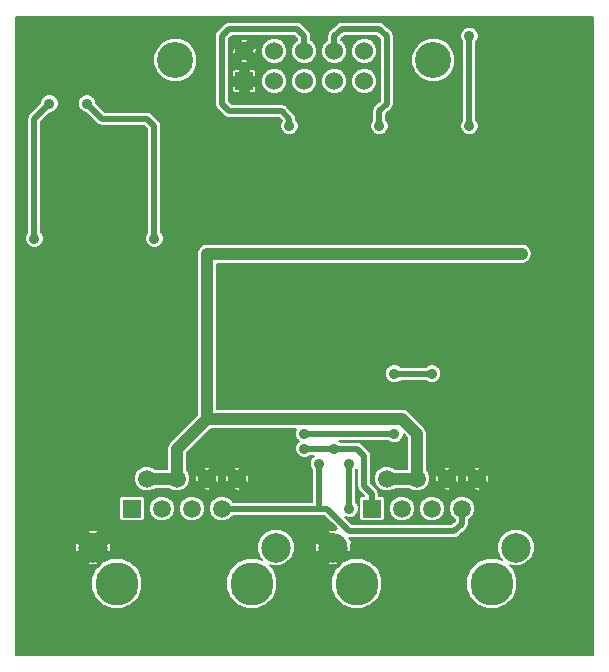
<source format=gbl>
G04 (created by PCBNEW (2013-may-18)-stable) date Wed 29 Jan 2014 10:34:26 PM CET*
%MOIN*%
G04 Gerber Fmt 3.4, Leading zero omitted, Abs format*
%FSLAX34Y34*%
G01*
G70*
G90*
G04 APERTURE LIST*
%ADD10C,0.00590551*%
%ADD11C,0.12*%
%ADD12R,0.06X0.06*%
%ADD13C,0.06*%
%ADD14C,0.1437*%
%ADD15R,0.0591X0.0591*%
%ADD16C,0.0591*%
%ADD17C,0.0984252*%
%ADD18C,0.035*%
%ADD19C,0.0354331*%
%ADD20C,0.0393701*%
%ADD21C,0.019685*%
%ADD22C,0.0067*%
G04 APERTURE END LIST*
G54D10*
G54D11*
X53300Y-15050D03*
X44700Y-15050D03*
G54D12*
X47000Y-15750D03*
G54D13*
X47000Y-14750D03*
X48000Y-15750D03*
X48000Y-14750D03*
X49000Y-15750D03*
X49000Y-14750D03*
X50000Y-15750D03*
X50000Y-14750D03*
X51000Y-15750D03*
X51000Y-14750D03*
G54D14*
X47250Y-32500D03*
X42750Y-32500D03*
G54D15*
X43250Y-30000D03*
G54D16*
X43750Y-29000D03*
X44250Y-30000D03*
X44750Y-29000D03*
X45250Y-30000D03*
X45750Y-29000D03*
X46250Y-30000D03*
X46750Y-29000D03*
G54D17*
X41950Y-31299D03*
X48050Y-31299D03*
G54D14*
X55250Y-32500D03*
X50750Y-32500D03*
G54D15*
X51250Y-30000D03*
G54D16*
X51750Y-29000D03*
X52250Y-30000D03*
X52750Y-29000D03*
X53250Y-30000D03*
X53750Y-29000D03*
X54250Y-30000D03*
X54750Y-29000D03*
G54D17*
X49950Y-31299D03*
X56050Y-31299D03*
G54D18*
X40000Y-21000D03*
X40500Y-16500D03*
X45750Y-25250D03*
G54D19*
X53250Y-21500D03*
X56250Y-21500D03*
X54750Y-21500D03*
X51750Y-21500D03*
X50250Y-21500D03*
X48750Y-21500D03*
X47250Y-21500D03*
X45750Y-21500D03*
G54D18*
X41750Y-16500D03*
X44000Y-21000D03*
X49000Y-28000D03*
G54D19*
X50000Y-28000D03*
X49000Y-27500D03*
X52000Y-27500D03*
X50500Y-30000D03*
X50500Y-28500D03*
X52000Y-25500D03*
X53250Y-25500D03*
X49500Y-28500D03*
G54D18*
X54500Y-14250D03*
X54500Y-17250D03*
X51500Y-17250D03*
X48500Y-17250D03*
G54D20*
X45750Y-27000D02*
X52250Y-27000D01*
G54D21*
X40000Y-17000D02*
X40500Y-16500D01*
X40000Y-17000D02*
X40000Y-21000D01*
G54D20*
X52750Y-29000D02*
X52750Y-27500D01*
X52750Y-27500D02*
X52250Y-27000D01*
X45750Y-27000D02*
X45750Y-27000D01*
X45750Y-27000D02*
X45750Y-26250D01*
X44750Y-28000D02*
X45750Y-27000D01*
X44750Y-28000D02*
X44750Y-28000D01*
X44750Y-28000D02*
X44750Y-29000D01*
X45750Y-26250D02*
X45750Y-25250D01*
X45750Y-25250D02*
X45750Y-25000D01*
X45750Y-25000D02*
X45750Y-21500D01*
X51750Y-29000D02*
X52750Y-29000D01*
X43750Y-29000D02*
X44750Y-29000D01*
X54750Y-21500D02*
X56250Y-21500D01*
X54750Y-21500D02*
X53250Y-21500D01*
X53250Y-21500D02*
X51750Y-21500D01*
X51750Y-21500D02*
X50250Y-21500D01*
X50250Y-21500D02*
X48750Y-21500D01*
X48750Y-21500D02*
X47250Y-21500D01*
X47250Y-21500D02*
X45750Y-21500D01*
G54D21*
X44000Y-21000D02*
X44000Y-17250D01*
X41750Y-16500D02*
X42250Y-17000D01*
X42250Y-17000D02*
X43750Y-17000D01*
X43750Y-17000D02*
X44000Y-17250D01*
X49000Y-28000D02*
X50000Y-28000D01*
X51000Y-28250D02*
X51000Y-29250D01*
X50000Y-28000D02*
X50750Y-28000D01*
X50750Y-28000D02*
X51000Y-28250D01*
X51250Y-29500D02*
X51250Y-30000D01*
X51000Y-29250D02*
X51250Y-29500D01*
X49000Y-27500D02*
X52000Y-27500D01*
X50500Y-30000D02*
X50500Y-30000D01*
X50500Y-28500D02*
X50500Y-30000D01*
X52000Y-25500D02*
X52750Y-25500D01*
X52750Y-25500D02*
X53250Y-25500D01*
X50500Y-30750D02*
X51000Y-30750D01*
X51000Y-30750D02*
X54000Y-30750D01*
X54000Y-30750D02*
X54250Y-30500D01*
X54250Y-30000D02*
X54250Y-30500D01*
X49750Y-30000D02*
X50500Y-30750D01*
X49750Y-30000D02*
X49500Y-30000D01*
X49500Y-30000D02*
X49500Y-29500D01*
X49500Y-29500D02*
X49500Y-30000D01*
X49500Y-30000D02*
X47250Y-30000D01*
X47250Y-30000D02*
X46250Y-30000D01*
X49500Y-28500D02*
X49500Y-29500D01*
X54500Y-14250D02*
X54500Y-17250D01*
X51500Y-14000D02*
X50250Y-14000D01*
X51750Y-14250D02*
X51500Y-14000D01*
X51750Y-16500D02*
X51750Y-16250D01*
X51500Y-16750D02*
X51750Y-16500D01*
X51500Y-17250D02*
X51500Y-16750D01*
X51750Y-16250D02*
X51750Y-14250D01*
X50000Y-14250D02*
X50000Y-14750D01*
X50250Y-14000D02*
X50000Y-14250D01*
X46500Y-16750D02*
X48250Y-16750D01*
X48750Y-14000D02*
X49000Y-14250D01*
X49000Y-14750D02*
X49000Y-14250D01*
X46250Y-16250D02*
X46250Y-14250D01*
X46500Y-16750D02*
X46250Y-16500D01*
X46250Y-16500D02*
X46250Y-16250D01*
X46250Y-14250D02*
X46500Y-14000D01*
X46500Y-14000D02*
X48750Y-14000D01*
X48500Y-17000D02*
X48500Y-17250D01*
X48250Y-16750D02*
X48500Y-17000D01*
G54D10*
G36*
X58629Y-34879D02*
X56675Y-34879D01*
X56675Y-31175D01*
X56580Y-30945D01*
X56580Y-30944D01*
X56580Y-21500D01*
X56555Y-21373D01*
X56483Y-21266D01*
X56376Y-21194D01*
X56250Y-21169D01*
X54808Y-21169D01*
X54808Y-17188D01*
X54761Y-17075D01*
X54731Y-17045D01*
X54731Y-14454D01*
X54761Y-14424D01*
X54808Y-14311D01*
X54808Y-14188D01*
X54761Y-14075D01*
X54674Y-13988D01*
X54561Y-13941D01*
X54438Y-13941D01*
X54325Y-13988D01*
X54238Y-14075D01*
X54191Y-14188D01*
X54191Y-14311D01*
X54238Y-14424D01*
X54268Y-14454D01*
X54268Y-17045D01*
X54238Y-17075D01*
X54191Y-17188D01*
X54191Y-17311D01*
X54238Y-17424D01*
X54325Y-17511D01*
X54438Y-17558D01*
X54561Y-17558D01*
X54674Y-17511D01*
X54761Y-17424D01*
X54808Y-17311D01*
X54808Y-17188D01*
X54808Y-21169D01*
X54750Y-21169D01*
X54033Y-21169D01*
X54033Y-14904D01*
X53922Y-14635D01*
X53716Y-14428D01*
X53446Y-14316D01*
X53154Y-14316D01*
X52885Y-14427D01*
X52678Y-14633D01*
X52566Y-14903D01*
X52566Y-15195D01*
X52677Y-15464D01*
X52883Y-15671D01*
X53153Y-15783D01*
X53445Y-15783D01*
X53714Y-15672D01*
X53921Y-15466D01*
X54033Y-15196D01*
X54033Y-14904D01*
X54033Y-21169D01*
X53250Y-21169D01*
X51981Y-21169D01*
X51981Y-16500D01*
X51981Y-16250D01*
X51981Y-14250D01*
X51964Y-14161D01*
X51913Y-14086D01*
X51913Y-14086D01*
X51663Y-13836D01*
X51588Y-13785D01*
X51500Y-13768D01*
X51499Y-13768D01*
X50250Y-13768D01*
X50161Y-13785D01*
X50086Y-13836D01*
X50086Y-13836D01*
X49836Y-14086D01*
X49785Y-14161D01*
X49768Y-14250D01*
X49768Y-14250D01*
X49768Y-14376D01*
X49754Y-14382D01*
X49632Y-14504D01*
X49566Y-14663D01*
X49566Y-14835D01*
X49632Y-14995D01*
X49754Y-15117D01*
X49913Y-15183D01*
X50085Y-15183D01*
X50245Y-15117D01*
X50367Y-14995D01*
X50433Y-14836D01*
X50433Y-14664D01*
X50367Y-14504D01*
X50245Y-14382D01*
X50231Y-14376D01*
X50231Y-14346D01*
X50346Y-14231D01*
X51403Y-14231D01*
X51518Y-14346D01*
X51518Y-16250D01*
X51518Y-16403D01*
X51433Y-16488D01*
X51433Y-15664D01*
X51433Y-14664D01*
X51367Y-14504D01*
X51245Y-14382D01*
X51086Y-14316D01*
X50914Y-14316D01*
X50754Y-14382D01*
X50632Y-14504D01*
X50566Y-14663D01*
X50566Y-14835D01*
X50632Y-14995D01*
X50754Y-15117D01*
X50913Y-15183D01*
X51085Y-15183D01*
X51245Y-15117D01*
X51367Y-14995D01*
X51433Y-14836D01*
X51433Y-14664D01*
X51433Y-15664D01*
X51367Y-15504D01*
X51245Y-15382D01*
X51086Y-15316D01*
X50914Y-15316D01*
X50754Y-15382D01*
X50632Y-15504D01*
X50566Y-15663D01*
X50566Y-15835D01*
X50632Y-15995D01*
X50754Y-16117D01*
X50913Y-16183D01*
X51085Y-16183D01*
X51245Y-16117D01*
X51367Y-15995D01*
X51433Y-15836D01*
X51433Y-15664D01*
X51433Y-16488D01*
X51336Y-16586D01*
X51285Y-16661D01*
X51268Y-16750D01*
X51268Y-16750D01*
X51268Y-17045D01*
X51238Y-17075D01*
X51191Y-17188D01*
X51191Y-17311D01*
X51238Y-17424D01*
X51325Y-17511D01*
X51438Y-17558D01*
X51561Y-17558D01*
X51674Y-17511D01*
X51761Y-17424D01*
X51808Y-17311D01*
X51808Y-17188D01*
X51761Y-17075D01*
X51731Y-17045D01*
X51731Y-16846D01*
X51913Y-16663D01*
X51913Y-16663D01*
X51913Y-16663D01*
X51964Y-16588D01*
X51981Y-16500D01*
X51981Y-21169D01*
X51750Y-21169D01*
X50433Y-21169D01*
X50433Y-15664D01*
X50367Y-15504D01*
X50245Y-15382D01*
X50086Y-15316D01*
X49914Y-15316D01*
X49754Y-15382D01*
X49632Y-15504D01*
X49566Y-15663D01*
X49566Y-15835D01*
X49632Y-15995D01*
X49754Y-16117D01*
X49913Y-16183D01*
X50085Y-16183D01*
X50245Y-16117D01*
X50367Y-15995D01*
X50433Y-15836D01*
X50433Y-15664D01*
X50433Y-21169D01*
X50250Y-21169D01*
X49433Y-21169D01*
X49433Y-15664D01*
X49433Y-14664D01*
X49367Y-14504D01*
X49245Y-14382D01*
X49231Y-14376D01*
X49231Y-14250D01*
X49214Y-14161D01*
X49163Y-14086D01*
X49163Y-14086D01*
X48913Y-13836D01*
X48838Y-13785D01*
X48750Y-13768D01*
X48749Y-13768D01*
X46500Y-13768D01*
X46411Y-13785D01*
X46336Y-13836D01*
X46336Y-13836D01*
X46086Y-14086D01*
X46035Y-14161D01*
X46018Y-14250D01*
X46018Y-14250D01*
X46018Y-16250D01*
X46018Y-16499D01*
X46018Y-16500D01*
X46035Y-16588D01*
X46086Y-16663D01*
X46336Y-16913D01*
X46336Y-16913D01*
X46411Y-16964D01*
X46500Y-16981D01*
X48153Y-16981D01*
X48242Y-17070D01*
X48238Y-17075D01*
X48191Y-17188D01*
X48191Y-17311D01*
X48238Y-17424D01*
X48325Y-17511D01*
X48438Y-17558D01*
X48561Y-17558D01*
X48674Y-17511D01*
X48761Y-17424D01*
X48808Y-17311D01*
X48808Y-17188D01*
X48761Y-17075D01*
X48731Y-17045D01*
X48731Y-17000D01*
X48714Y-16911D01*
X48663Y-16836D01*
X48663Y-16836D01*
X48433Y-16605D01*
X48433Y-15664D01*
X48433Y-14664D01*
X48367Y-14504D01*
X48245Y-14382D01*
X48086Y-14316D01*
X47914Y-14316D01*
X47754Y-14382D01*
X47632Y-14504D01*
X47566Y-14663D01*
X47566Y-14835D01*
X47632Y-14995D01*
X47754Y-15117D01*
X47913Y-15183D01*
X48085Y-15183D01*
X48245Y-15117D01*
X48367Y-14995D01*
X48433Y-14836D01*
X48433Y-14664D01*
X48433Y-15664D01*
X48367Y-15504D01*
X48245Y-15382D01*
X48086Y-15316D01*
X47914Y-15316D01*
X47754Y-15382D01*
X47632Y-15504D01*
X47566Y-15663D01*
X47566Y-15835D01*
X47632Y-15995D01*
X47754Y-16117D01*
X47913Y-16183D01*
X48085Y-16183D01*
X48245Y-16117D01*
X48367Y-15995D01*
X48433Y-15836D01*
X48433Y-15664D01*
X48433Y-16605D01*
X48413Y-16586D01*
X48338Y-16535D01*
X48250Y-16518D01*
X48249Y-16518D01*
X47404Y-16518D01*
X47404Y-14692D01*
X47395Y-14648D01*
X47355Y-14606D01*
X47212Y-14750D01*
X47355Y-14893D01*
X47395Y-14851D01*
X47404Y-14692D01*
X47404Y-16518D01*
X47400Y-16518D01*
X47400Y-16030D01*
X47400Y-15469D01*
X47400Y-15429D01*
X47385Y-15392D01*
X47356Y-15364D01*
X47319Y-15349D01*
X47175Y-15349D01*
X47150Y-15374D01*
X47150Y-15600D01*
X47375Y-15600D01*
X47400Y-15574D01*
X47400Y-15469D01*
X47400Y-16030D01*
X47400Y-15925D01*
X47375Y-15900D01*
X47150Y-15900D01*
X47150Y-16125D01*
X47175Y-16150D01*
X47319Y-16150D01*
X47356Y-16135D01*
X47385Y-16107D01*
X47400Y-16070D01*
X47400Y-16030D01*
X47400Y-16518D01*
X47143Y-16518D01*
X47143Y-15105D01*
X47143Y-14394D01*
X47101Y-14354D01*
X46942Y-14345D01*
X46898Y-14354D01*
X46856Y-14394D01*
X47000Y-14537D01*
X47143Y-14394D01*
X47143Y-15105D01*
X47000Y-14962D01*
X46856Y-15105D01*
X46898Y-15145D01*
X47057Y-15154D01*
X47101Y-15145D01*
X47143Y-15105D01*
X47143Y-16518D01*
X46850Y-16518D01*
X46850Y-16125D01*
X46850Y-15900D01*
X46850Y-15600D01*
X46850Y-15374D01*
X46824Y-15349D01*
X46787Y-15349D01*
X46787Y-14750D01*
X46644Y-14606D01*
X46604Y-14648D01*
X46595Y-14807D01*
X46604Y-14851D01*
X46644Y-14893D01*
X46787Y-14750D01*
X46787Y-15349D01*
X46680Y-15349D01*
X46643Y-15364D01*
X46614Y-15392D01*
X46599Y-15429D01*
X46599Y-15469D01*
X46599Y-15574D01*
X46624Y-15600D01*
X46850Y-15600D01*
X46850Y-15900D01*
X46624Y-15900D01*
X46599Y-15925D01*
X46599Y-16030D01*
X46599Y-16070D01*
X46614Y-16107D01*
X46643Y-16135D01*
X46680Y-16150D01*
X46824Y-16150D01*
X46850Y-16125D01*
X46850Y-16518D01*
X46596Y-16518D01*
X46481Y-16403D01*
X46481Y-16250D01*
X46481Y-14346D01*
X46596Y-14231D01*
X48653Y-14231D01*
X48768Y-14346D01*
X48768Y-14376D01*
X48754Y-14382D01*
X48632Y-14504D01*
X48566Y-14663D01*
X48566Y-14835D01*
X48632Y-14995D01*
X48754Y-15117D01*
X48913Y-15183D01*
X49085Y-15183D01*
X49245Y-15117D01*
X49367Y-14995D01*
X49433Y-14836D01*
X49433Y-14664D01*
X49433Y-15664D01*
X49367Y-15504D01*
X49245Y-15382D01*
X49086Y-15316D01*
X48914Y-15316D01*
X48754Y-15382D01*
X48632Y-15504D01*
X48566Y-15663D01*
X48566Y-15835D01*
X48632Y-15995D01*
X48754Y-16117D01*
X48913Y-16183D01*
X49085Y-16183D01*
X49245Y-16117D01*
X49367Y-15995D01*
X49433Y-15836D01*
X49433Y-15664D01*
X49433Y-21169D01*
X48750Y-21169D01*
X47250Y-21169D01*
X45750Y-21169D01*
X45623Y-21194D01*
X45516Y-21266D01*
X45444Y-21373D01*
X45433Y-21429D01*
X45433Y-14904D01*
X45322Y-14635D01*
X45116Y-14428D01*
X44846Y-14316D01*
X44554Y-14316D01*
X44285Y-14427D01*
X44078Y-14633D01*
X43966Y-14903D01*
X43966Y-15195D01*
X44077Y-15464D01*
X44283Y-15671D01*
X44553Y-15783D01*
X44845Y-15783D01*
X45114Y-15672D01*
X45321Y-15466D01*
X45433Y-15196D01*
X45433Y-14904D01*
X45433Y-21429D01*
X45419Y-21500D01*
X45419Y-25000D01*
X45419Y-25250D01*
X45419Y-26250D01*
X45419Y-26863D01*
X44516Y-27766D01*
X44444Y-27873D01*
X44419Y-28000D01*
X44419Y-28669D01*
X44308Y-28669D01*
X44308Y-20938D01*
X44261Y-20825D01*
X44231Y-20795D01*
X44231Y-17250D01*
X44214Y-17161D01*
X44163Y-17086D01*
X44163Y-17086D01*
X43913Y-16836D01*
X43838Y-16785D01*
X43750Y-16768D01*
X43749Y-16768D01*
X42346Y-16768D01*
X42058Y-16480D01*
X42058Y-16438D01*
X42011Y-16325D01*
X41924Y-16238D01*
X41811Y-16191D01*
X41688Y-16191D01*
X41575Y-16238D01*
X41488Y-16325D01*
X41441Y-16438D01*
X41441Y-16561D01*
X41488Y-16674D01*
X41575Y-16761D01*
X41688Y-16808D01*
X41730Y-16808D01*
X42086Y-17163D01*
X42086Y-17163D01*
X42161Y-17214D01*
X42250Y-17231D01*
X42250Y-17231D01*
X42250Y-17231D01*
X43653Y-17231D01*
X43768Y-17346D01*
X43768Y-20795D01*
X43738Y-20825D01*
X43691Y-20938D01*
X43691Y-21061D01*
X43738Y-21174D01*
X43825Y-21261D01*
X43938Y-21308D01*
X44061Y-21308D01*
X44174Y-21261D01*
X44261Y-21174D01*
X44308Y-21061D01*
X44308Y-20938D01*
X44308Y-28669D01*
X44026Y-28669D01*
X43993Y-28636D01*
X43835Y-28571D01*
X43665Y-28570D01*
X43507Y-28636D01*
X43386Y-28756D01*
X43321Y-28914D01*
X43320Y-29084D01*
X43386Y-29242D01*
X43506Y-29363D01*
X43664Y-29428D01*
X43834Y-29429D01*
X43992Y-29363D01*
X44026Y-29330D01*
X44473Y-29330D01*
X44506Y-29363D01*
X44664Y-29428D01*
X44834Y-29429D01*
X44992Y-29363D01*
X45113Y-29243D01*
X45178Y-29085D01*
X45179Y-28915D01*
X45113Y-28757D01*
X45080Y-28723D01*
X45080Y-28136D01*
X45886Y-27330D01*
X48734Y-27330D01*
X48689Y-27437D01*
X48689Y-27561D01*
X48736Y-27675D01*
X48812Y-27751D01*
X48738Y-27825D01*
X48691Y-27938D01*
X48691Y-28061D01*
X48738Y-28174D01*
X48825Y-28261D01*
X48938Y-28308D01*
X49061Y-28308D01*
X49174Y-28261D01*
X49204Y-28231D01*
X49335Y-28231D01*
X49324Y-28236D01*
X49236Y-28323D01*
X49189Y-28437D01*
X49189Y-28561D01*
X49236Y-28675D01*
X49268Y-28707D01*
X49268Y-29500D01*
X49268Y-29768D01*
X47250Y-29768D01*
X47149Y-29768D01*
X47149Y-28944D01*
X47140Y-28898D01*
X47100Y-28857D01*
X46958Y-29000D01*
X47100Y-29142D01*
X47140Y-29101D01*
X47149Y-28944D01*
X47149Y-29768D01*
X46892Y-29768D01*
X46892Y-29350D01*
X46892Y-28649D01*
X46851Y-28609D01*
X46694Y-28600D01*
X46648Y-28609D01*
X46607Y-28649D01*
X46750Y-28791D01*
X46892Y-28649D01*
X46892Y-29350D01*
X46750Y-29208D01*
X46607Y-29350D01*
X46648Y-29390D01*
X46805Y-29399D01*
X46851Y-29390D01*
X46892Y-29350D01*
X46892Y-29768D01*
X46618Y-29768D01*
X46613Y-29757D01*
X46541Y-29684D01*
X46541Y-29000D01*
X46399Y-28857D01*
X46359Y-28898D01*
X46350Y-29055D01*
X46359Y-29101D01*
X46399Y-29142D01*
X46541Y-29000D01*
X46541Y-29684D01*
X46493Y-29636D01*
X46335Y-29571D01*
X46165Y-29570D01*
X46149Y-29577D01*
X46149Y-28944D01*
X46140Y-28898D01*
X46100Y-28857D01*
X45958Y-29000D01*
X46100Y-29142D01*
X46140Y-29101D01*
X46149Y-28944D01*
X46149Y-29577D01*
X46007Y-29636D01*
X45892Y-29751D01*
X45892Y-29350D01*
X45892Y-28649D01*
X45851Y-28609D01*
X45694Y-28600D01*
X45648Y-28609D01*
X45607Y-28649D01*
X45750Y-28791D01*
X45892Y-28649D01*
X45892Y-29350D01*
X45750Y-29208D01*
X45607Y-29350D01*
X45648Y-29390D01*
X45805Y-29399D01*
X45851Y-29390D01*
X45892Y-29350D01*
X45892Y-29751D01*
X45886Y-29756D01*
X45821Y-29914D01*
X45820Y-30084D01*
X45886Y-30242D01*
X46006Y-30363D01*
X46164Y-30428D01*
X46334Y-30429D01*
X46492Y-30363D01*
X46613Y-30243D01*
X46618Y-30231D01*
X47250Y-30231D01*
X49500Y-30231D01*
X49653Y-30231D01*
X50081Y-30659D01*
X50033Y-30707D01*
X49840Y-30705D01*
X49825Y-30708D01*
X49754Y-30754D01*
X49950Y-30951D01*
X50036Y-30865D01*
X50147Y-30975D01*
X50384Y-31213D01*
X50298Y-31299D01*
X50495Y-31495D01*
X50541Y-31424D01*
X50544Y-31214D01*
X50544Y-31214D01*
X50632Y-31126D01*
X50483Y-30978D01*
X50485Y-30978D01*
X50499Y-30981D01*
X50499Y-30981D01*
X50500Y-30981D01*
X51000Y-30981D01*
X53999Y-30981D01*
X54000Y-30981D01*
X54000Y-30981D01*
X54088Y-30964D01*
X54163Y-30913D01*
X54413Y-30663D01*
X54413Y-30663D01*
X54413Y-30663D01*
X54464Y-30588D01*
X54481Y-30500D01*
X54481Y-30368D01*
X54492Y-30363D01*
X54613Y-30243D01*
X54678Y-30085D01*
X54679Y-29915D01*
X54613Y-29757D01*
X54541Y-29684D01*
X54541Y-29000D01*
X54399Y-28857D01*
X54359Y-28898D01*
X54350Y-29055D01*
X54359Y-29101D01*
X54399Y-29142D01*
X54541Y-29000D01*
X54541Y-29684D01*
X54493Y-29636D01*
X54335Y-29571D01*
X54165Y-29570D01*
X54149Y-29577D01*
X54149Y-28944D01*
X54140Y-28898D01*
X54100Y-28857D01*
X53958Y-29000D01*
X54100Y-29142D01*
X54140Y-29101D01*
X54149Y-28944D01*
X54149Y-29577D01*
X54007Y-29636D01*
X53892Y-29751D01*
X53892Y-29350D01*
X53892Y-28649D01*
X53851Y-28609D01*
X53694Y-28600D01*
X53648Y-28609D01*
X53607Y-28649D01*
X53750Y-28791D01*
X53892Y-28649D01*
X53892Y-29350D01*
X53750Y-29208D01*
X53607Y-29350D01*
X53648Y-29390D01*
X53805Y-29399D01*
X53851Y-29390D01*
X53892Y-29350D01*
X53892Y-29751D01*
X53886Y-29756D01*
X53821Y-29914D01*
X53820Y-30084D01*
X53886Y-30242D01*
X54006Y-30363D01*
X54018Y-30368D01*
X54018Y-30403D01*
X53903Y-30518D01*
X53679Y-30518D01*
X53679Y-29915D01*
X53613Y-29757D01*
X53560Y-29704D01*
X53560Y-25438D01*
X53513Y-25324D01*
X53426Y-25236D01*
X53312Y-25189D01*
X53188Y-25189D01*
X53074Y-25236D01*
X53042Y-25268D01*
X52750Y-25268D01*
X52207Y-25268D01*
X52176Y-25236D01*
X52062Y-25189D01*
X51938Y-25189D01*
X51824Y-25236D01*
X51736Y-25323D01*
X51689Y-25437D01*
X51689Y-25561D01*
X51736Y-25675D01*
X51823Y-25763D01*
X51937Y-25810D01*
X52061Y-25810D01*
X52175Y-25763D01*
X52207Y-25731D01*
X52750Y-25731D01*
X53042Y-25731D01*
X53073Y-25763D01*
X53187Y-25810D01*
X53311Y-25810D01*
X53425Y-25763D01*
X53513Y-25676D01*
X53560Y-25562D01*
X53560Y-25438D01*
X53560Y-29704D01*
X53541Y-29684D01*
X53541Y-29000D01*
X53399Y-28857D01*
X53359Y-28898D01*
X53350Y-29055D01*
X53359Y-29101D01*
X53399Y-29142D01*
X53541Y-29000D01*
X53541Y-29684D01*
X53493Y-29636D01*
X53335Y-29571D01*
X53165Y-29570D01*
X53007Y-29636D01*
X52886Y-29756D01*
X52821Y-29914D01*
X52820Y-30084D01*
X52886Y-30242D01*
X53006Y-30363D01*
X53164Y-30428D01*
X53334Y-30429D01*
X53492Y-30363D01*
X53613Y-30243D01*
X53678Y-30085D01*
X53679Y-29915D01*
X53679Y-30518D01*
X52679Y-30518D01*
X52679Y-29915D01*
X52613Y-29757D01*
X52493Y-29636D01*
X52335Y-29571D01*
X52165Y-29570D01*
X52007Y-29636D01*
X51886Y-29756D01*
X51821Y-29914D01*
X51820Y-30084D01*
X51886Y-30242D01*
X52006Y-30363D01*
X52164Y-30428D01*
X52334Y-30429D01*
X52492Y-30363D01*
X52613Y-30243D01*
X52678Y-30085D01*
X52679Y-29915D01*
X52679Y-30518D01*
X51000Y-30518D01*
X50596Y-30518D01*
X50353Y-30275D01*
X50437Y-30310D01*
X50561Y-30310D01*
X50675Y-30263D01*
X50763Y-30176D01*
X50810Y-30062D01*
X50810Y-29938D01*
X50763Y-29824D01*
X50731Y-29792D01*
X50731Y-28707D01*
X50763Y-28676D01*
X50768Y-28664D01*
X50768Y-29249D01*
X50768Y-29250D01*
X50785Y-29338D01*
X50836Y-29413D01*
X50992Y-29570D01*
X50928Y-29570D01*
X50878Y-29591D01*
X50841Y-29628D01*
X50821Y-29677D01*
X50820Y-29730D01*
X50820Y-30321D01*
X50841Y-30371D01*
X50878Y-30408D01*
X50927Y-30428D01*
X50980Y-30429D01*
X51571Y-30429D01*
X51621Y-30408D01*
X51658Y-30371D01*
X51678Y-30322D01*
X51679Y-30269D01*
X51679Y-29678D01*
X51658Y-29628D01*
X51621Y-29591D01*
X51572Y-29571D01*
X51519Y-29570D01*
X51481Y-29570D01*
X51481Y-29500D01*
X51464Y-29411D01*
X51413Y-29336D01*
X51413Y-29336D01*
X51231Y-29153D01*
X51231Y-28250D01*
X51214Y-28161D01*
X51163Y-28086D01*
X51163Y-28086D01*
X50913Y-27836D01*
X50838Y-27785D01*
X50750Y-27768D01*
X50749Y-27768D01*
X50207Y-27768D01*
X50176Y-27736D01*
X50164Y-27731D01*
X51792Y-27731D01*
X51823Y-27763D01*
X51937Y-27810D01*
X52061Y-27810D01*
X52175Y-27763D01*
X52263Y-27676D01*
X52310Y-27562D01*
X52310Y-27527D01*
X52419Y-27636D01*
X52419Y-28669D01*
X52026Y-28669D01*
X51993Y-28636D01*
X51835Y-28571D01*
X51665Y-28570D01*
X51507Y-28636D01*
X51386Y-28756D01*
X51321Y-28914D01*
X51320Y-29084D01*
X51386Y-29242D01*
X51506Y-29363D01*
X51664Y-29428D01*
X51834Y-29429D01*
X51992Y-29363D01*
X52026Y-29330D01*
X52473Y-29330D01*
X52506Y-29363D01*
X52664Y-29428D01*
X52834Y-29429D01*
X52992Y-29363D01*
X53113Y-29243D01*
X53178Y-29085D01*
X53179Y-28915D01*
X53113Y-28757D01*
X53080Y-28723D01*
X53080Y-27500D01*
X53055Y-27373D01*
X52983Y-27266D01*
X52483Y-26766D01*
X52376Y-26694D01*
X52250Y-26669D01*
X46080Y-26669D01*
X46080Y-26250D01*
X46080Y-25250D01*
X46080Y-25000D01*
X46080Y-21830D01*
X47250Y-21830D01*
X48750Y-21830D01*
X50250Y-21830D01*
X51750Y-21830D01*
X53250Y-21830D01*
X54750Y-21830D01*
X56250Y-21830D01*
X56376Y-21805D01*
X56483Y-21733D01*
X56555Y-21626D01*
X56580Y-21500D01*
X56580Y-30944D01*
X56404Y-30769D01*
X56174Y-30673D01*
X55926Y-30673D01*
X55696Y-30768D01*
X55519Y-30944D01*
X55424Y-31174D01*
X55424Y-31423D01*
X55519Y-31653D01*
X55580Y-31714D01*
X55420Y-31648D01*
X55149Y-31647D01*
X55149Y-28944D01*
X55140Y-28898D01*
X55100Y-28857D01*
X54958Y-29000D01*
X55100Y-29142D01*
X55140Y-29101D01*
X55149Y-28944D01*
X55149Y-31647D01*
X55081Y-31647D01*
X54892Y-31726D01*
X54892Y-29350D01*
X54892Y-28649D01*
X54851Y-28609D01*
X54694Y-28600D01*
X54648Y-28609D01*
X54607Y-28649D01*
X54750Y-28791D01*
X54892Y-28649D01*
X54892Y-29350D01*
X54750Y-29208D01*
X54607Y-29350D01*
X54648Y-29390D01*
X54805Y-29399D01*
X54851Y-29390D01*
X54892Y-29350D01*
X54892Y-31726D01*
X54768Y-31777D01*
X54528Y-32016D01*
X54398Y-32329D01*
X54397Y-32668D01*
X54527Y-32981D01*
X54766Y-33221D01*
X55079Y-33351D01*
X55418Y-33352D01*
X55731Y-33222D01*
X55971Y-32983D01*
X56101Y-32670D01*
X56102Y-32331D01*
X55972Y-32018D01*
X55847Y-31892D01*
X55925Y-31924D01*
X56173Y-31924D01*
X56403Y-31829D01*
X56580Y-31654D01*
X56675Y-31424D01*
X56675Y-31175D01*
X56675Y-34879D01*
X51602Y-34879D01*
X51602Y-32331D01*
X51472Y-32018D01*
X51233Y-31778D01*
X50920Y-31648D01*
X50581Y-31647D01*
X50544Y-31662D01*
X50268Y-31777D01*
X50147Y-31897D01*
X50147Y-31843D01*
X49950Y-31647D01*
X49754Y-31843D01*
X49825Y-31890D01*
X50061Y-31893D01*
X50076Y-31890D01*
X50147Y-31843D01*
X50147Y-31897D01*
X50028Y-32016D01*
X49898Y-32329D01*
X49897Y-32668D01*
X50027Y-32981D01*
X50266Y-33221D01*
X50579Y-33351D01*
X50918Y-33352D01*
X51231Y-33222D01*
X51471Y-32983D01*
X51601Y-32670D01*
X51602Y-32331D01*
X51602Y-34879D01*
X49602Y-34879D01*
X49602Y-31299D01*
X49406Y-31102D01*
X49359Y-31173D01*
X49356Y-31409D01*
X49359Y-31424D01*
X49406Y-31495D01*
X49602Y-31299D01*
X49602Y-34879D01*
X48675Y-34879D01*
X48675Y-31175D01*
X48580Y-30945D01*
X48404Y-30769D01*
X48174Y-30673D01*
X47926Y-30673D01*
X47696Y-30768D01*
X47519Y-30944D01*
X47424Y-31174D01*
X47424Y-31423D01*
X47519Y-31653D01*
X47580Y-31714D01*
X47420Y-31648D01*
X47081Y-31647D01*
X46768Y-31777D01*
X46528Y-32016D01*
X46398Y-32329D01*
X46397Y-32668D01*
X46527Y-32981D01*
X46766Y-33221D01*
X47079Y-33351D01*
X47418Y-33352D01*
X47731Y-33222D01*
X47971Y-32983D01*
X48101Y-32670D01*
X48102Y-32331D01*
X47972Y-32018D01*
X47847Y-31892D01*
X47925Y-31924D01*
X48173Y-31924D01*
X48403Y-31829D01*
X48580Y-31654D01*
X48675Y-31424D01*
X48675Y-31175D01*
X48675Y-34879D01*
X45679Y-34879D01*
X45679Y-29915D01*
X45613Y-29757D01*
X45541Y-29684D01*
X45541Y-29000D01*
X45399Y-28857D01*
X45359Y-28898D01*
X45350Y-29055D01*
X45359Y-29101D01*
X45399Y-29142D01*
X45541Y-29000D01*
X45541Y-29684D01*
X45493Y-29636D01*
X45335Y-29571D01*
X45165Y-29570D01*
X45007Y-29636D01*
X44886Y-29756D01*
X44821Y-29914D01*
X44820Y-30084D01*
X44886Y-30242D01*
X45006Y-30363D01*
X45164Y-30428D01*
X45334Y-30429D01*
X45492Y-30363D01*
X45613Y-30243D01*
X45678Y-30085D01*
X45679Y-29915D01*
X45679Y-34879D01*
X44679Y-34879D01*
X44679Y-29915D01*
X44613Y-29757D01*
X44493Y-29636D01*
X44335Y-29571D01*
X44165Y-29570D01*
X44007Y-29636D01*
X43886Y-29756D01*
X43821Y-29914D01*
X43820Y-30084D01*
X43886Y-30242D01*
X44006Y-30363D01*
X44164Y-30428D01*
X44334Y-30429D01*
X44492Y-30363D01*
X44613Y-30243D01*
X44678Y-30085D01*
X44679Y-29915D01*
X44679Y-34879D01*
X43679Y-34879D01*
X43679Y-30269D01*
X43679Y-29678D01*
X43658Y-29628D01*
X43621Y-29591D01*
X43572Y-29571D01*
X43519Y-29570D01*
X42928Y-29570D01*
X42878Y-29591D01*
X42841Y-29628D01*
X42821Y-29677D01*
X42820Y-29730D01*
X42820Y-30321D01*
X42841Y-30371D01*
X42878Y-30408D01*
X42927Y-30428D01*
X42980Y-30429D01*
X43571Y-30429D01*
X43621Y-30408D01*
X43658Y-30371D01*
X43678Y-30322D01*
X43679Y-30269D01*
X43679Y-34879D01*
X43602Y-34879D01*
X43602Y-32331D01*
X43472Y-32018D01*
X43233Y-31778D01*
X42920Y-31648D01*
X42581Y-31647D01*
X42544Y-31662D01*
X42544Y-31188D01*
X42541Y-31173D01*
X42495Y-31102D01*
X42298Y-31299D01*
X42495Y-31495D01*
X42541Y-31424D01*
X42544Y-31188D01*
X42544Y-31662D01*
X42268Y-31777D01*
X42147Y-31897D01*
X42147Y-31843D01*
X42147Y-30754D01*
X42076Y-30708D01*
X41840Y-30705D01*
X41825Y-30708D01*
X41754Y-30754D01*
X41950Y-30951D01*
X42147Y-30754D01*
X42147Y-31843D01*
X41950Y-31647D01*
X41754Y-31843D01*
X41825Y-31890D01*
X42061Y-31893D01*
X42076Y-31890D01*
X42147Y-31843D01*
X42147Y-31897D01*
X42028Y-32016D01*
X41898Y-32329D01*
X41897Y-32668D01*
X42027Y-32981D01*
X42266Y-33221D01*
X42579Y-33351D01*
X42918Y-33352D01*
X43231Y-33222D01*
X43471Y-32983D01*
X43601Y-32670D01*
X43602Y-32331D01*
X43602Y-34879D01*
X41602Y-34879D01*
X41602Y-31299D01*
X41406Y-31102D01*
X41359Y-31173D01*
X41356Y-31409D01*
X41359Y-31424D01*
X41406Y-31495D01*
X41602Y-31299D01*
X41602Y-34879D01*
X40808Y-34879D01*
X40808Y-16438D01*
X40761Y-16325D01*
X40674Y-16238D01*
X40561Y-16191D01*
X40438Y-16191D01*
X40325Y-16238D01*
X40238Y-16325D01*
X40191Y-16438D01*
X40191Y-16480D01*
X39836Y-16836D01*
X39785Y-16911D01*
X39768Y-17000D01*
X39768Y-17000D01*
X39768Y-20795D01*
X39738Y-20825D01*
X39691Y-20938D01*
X39691Y-21061D01*
X39738Y-21174D01*
X39825Y-21261D01*
X39938Y-21308D01*
X40061Y-21308D01*
X40174Y-21261D01*
X40261Y-21174D01*
X40308Y-21061D01*
X40308Y-20938D01*
X40261Y-20825D01*
X40231Y-20795D01*
X40231Y-17096D01*
X40519Y-16808D01*
X40561Y-16808D01*
X40674Y-16761D01*
X40761Y-16674D01*
X40808Y-16561D01*
X40808Y-16438D01*
X40808Y-34879D01*
X39370Y-34879D01*
X39370Y-13620D01*
X58629Y-13620D01*
X58629Y-34879D01*
X58629Y-34879D01*
G37*
G54D22*
X58629Y-34879D02*
X56675Y-34879D01*
X56675Y-31175D01*
X56580Y-30945D01*
X56580Y-30944D01*
X56580Y-21500D01*
X56555Y-21373D01*
X56483Y-21266D01*
X56376Y-21194D01*
X56250Y-21169D01*
X54808Y-21169D01*
X54808Y-17188D01*
X54761Y-17075D01*
X54731Y-17045D01*
X54731Y-14454D01*
X54761Y-14424D01*
X54808Y-14311D01*
X54808Y-14188D01*
X54761Y-14075D01*
X54674Y-13988D01*
X54561Y-13941D01*
X54438Y-13941D01*
X54325Y-13988D01*
X54238Y-14075D01*
X54191Y-14188D01*
X54191Y-14311D01*
X54238Y-14424D01*
X54268Y-14454D01*
X54268Y-17045D01*
X54238Y-17075D01*
X54191Y-17188D01*
X54191Y-17311D01*
X54238Y-17424D01*
X54325Y-17511D01*
X54438Y-17558D01*
X54561Y-17558D01*
X54674Y-17511D01*
X54761Y-17424D01*
X54808Y-17311D01*
X54808Y-17188D01*
X54808Y-21169D01*
X54750Y-21169D01*
X54033Y-21169D01*
X54033Y-14904D01*
X53922Y-14635D01*
X53716Y-14428D01*
X53446Y-14316D01*
X53154Y-14316D01*
X52885Y-14427D01*
X52678Y-14633D01*
X52566Y-14903D01*
X52566Y-15195D01*
X52677Y-15464D01*
X52883Y-15671D01*
X53153Y-15783D01*
X53445Y-15783D01*
X53714Y-15672D01*
X53921Y-15466D01*
X54033Y-15196D01*
X54033Y-14904D01*
X54033Y-21169D01*
X53250Y-21169D01*
X51981Y-21169D01*
X51981Y-16500D01*
X51981Y-16250D01*
X51981Y-14250D01*
X51964Y-14161D01*
X51913Y-14086D01*
X51913Y-14086D01*
X51663Y-13836D01*
X51588Y-13785D01*
X51500Y-13768D01*
X51499Y-13768D01*
X50250Y-13768D01*
X50161Y-13785D01*
X50086Y-13836D01*
X50086Y-13836D01*
X49836Y-14086D01*
X49785Y-14161D01*
X49768Y-14250D01*
X49768Y-14250D01*
X49768Y-14376D01*
X49754Y-14382D01*
X49632Y-14504D01*
X49566Y-14663D01*
X49566Y-14835D01*
X49632Y-14995D01*
X49754Y-15117D01*
X49913Y-15183D01*
X50085Y-15183D01*
X50245Y-15117D01*
X50367Y-14995D01*
X50433Y-14836D01*
X50433Y-14664D01*
X50367Y-14504D01*
X50245Y-14382D01*
X50231Y-14376D01*
X50231Y-14346D01*
X50346Y-14231D01*
X51403Y-14231D01*
X51518Y-14346D01*
X51518Y-16250D01*
X51518Y-16403D01*
X51433Y-16488D01*
X51433Y-15664D01*
X51433Y-14664D01*
X51367Y-14504D01*
X51245Y-14382D01*
X51086Y-14316D01*
X50914Y-14316D01*
X50754Y-14382D01*
X50632Y-14504D01*
X50566Y-14663D01*
X50566Y-14835D01*
X50632Y-14995D01*
X50754Y-15117D01*
X50913Y-15183D01*
X51085Y-15183D01*
X51245Y-15117D01*
X51367Y-14995D01*
X51433Y-14836D01*
X51433Y-14664D01*
X51433Y-15664D01*
X51367Y-15504D01*
X51245Y-15382D01*
X51086Y-15316D01*
X50914Y-15316D01*
X50754Y-15382D01*
X50632Y-15504D01*
X50566Y-15663D01*
X50566Y-15835D01*
X50632Y-15995D01*
X50754Y-16117D01*
X50913Y-16183D01*
X51085Y-16183D01*
X51245Y-16117D01*
X51367Y-15995D01*
X51433Y-15836D01*
X51433Y-15664D01*
X51433Y-16488D01*
X51336Y-16586D01*
X51285Y-16661D01*
X51268Y-16750D01*
X51268Y-16750D01*
X51268Y-17045D01*
X51238Y-17075D01*
X51191Y-17188D01*
X51191Y-17311D01*
X51238Y-17424D01*
X51325Y-17511D01*
X51438Y-17558D01*
X51561Y-17558D01*
X51674Y-17511D01*
X51761Y-17424D01*
X51808Y-17311D01*
X51808Y-17188D01*
X51761Y-17075D01*
X51731Y-17045D01*
X51731Y-16846D01*
X51913Y-16663D01*
X51913Y-16663D01*
X51913Y-16663D01*
X51964Y-16588D01*
X51981Y-16500D01*
X51981Y-21169D01*
X51750Y-21169D01*
X50433Y-21169D01*
X50433Y-15664D01*
X50367Y-15504D01*
X50245Y-15382D01*
X50086Y-15316D01*
X49914Y-15316D01*
X49754Y-15382D01*
X49632Y-15504D01*
X49566Y-15663D01*
X49566Y-15835D01*
X49632Y-15995D01*
X49754Y-16117D01*
X49913Y-16183D01*
X50085Y-16183D01*
X50245Y-16117D01*
X50367Y-15995D01*
X50433Y-15836D01*
X50433Y-15664D01*
X50433Y-21169D01*
X50250Y-21169D01*
X49433Y-21169D01*
X49433Y-15664D01*
X49433Y-14664D01*
X49367Y-14504D01*
X49245Y-14382D01*
X49231Y-14376D01*
X49231Y-14250D01*
X49214Y-14161D01*
X49163Y-14086D01*
X49163Y-14086D01*
X48913Y-13836D01*
X48838Y-13785D01*
X48750Y-13768D01*
X48749Y-13768D01*
X46500Y-13768D01*
X46411Y-13785D01*
X46336Y-13836D01*
X46336Y-13836D01*
X46086Y-14086D01*
X46035Y-14161D01*
X46018Y-14250D01*
X46018Y-14250D01*
X46018Y-16250D01*
X46018Y-16499D01*
X46018Y-16500D01*
X46035Y-16588D01*
X46086Y-16663D01*
X46336Y-16913D01*
X46336Y-16913D01*
X46411Y-16964D01*
X46500Y-16981D01*
X48153Y-16981D01*
X48242Y-17070D01*
X48238Y-17075D01*
X48191Y-17188D01*
X48191Y-17311D01*
X48238Y-17424D01*
X48325Y-17511D01*
X48438Y-17558D01*
X48561Y-17558D01*
X48674Y-17511D01*
X48761Y-17424D01*
X48808Y-17311D01*
X48808Y-17188D01*
X48761Y-17075D01*
X48731Y-17045D01*
X48731Y-17000D01*
X48714Y-16911D01*
X48663Y-16836D01*
X48663Y-16836D01*
X48433Y-16605D01*
X48433Y-15664D01*
X48433Y-14664D01*
X48367Y-14504D01*
X48245Y-14382D01*
X48086Y-14316D01*
X47914Y-14316D01*
X47754Y-14382D01*
X47632Y-14504D01*
X47566Y-14663D01*
X47566Y-14835D01*
X47632Y-14995D01*
X47754Y-15117D01*
X47913Y-15183D01*
X48085Y-15183D01*
X48245Y-15117D01*
X48367Y-14995D01*
X48433Y-14836D01*
X48433Y-14664D01*
X48433Y-15664D01*
X48367Y-15504D01*
X48245Y-15382D01*
X48086Y-15316D01*
X47914Y-15316D01*
X47754Y-15382D01*
X47632Y-15504D01*
X47566Y-15663D01*
X47566Y-15835D01*
X47632Y-15995D01*
X47754Y-16117D01*
X47913Y-16183D01*
X48085Y-16183D01*
X48245Y-16117D01*
X48367Y-15995D01*
X48433Y-15836D01*
X48433Y-15664D01*
X48433Y-16605D01*
X48413Y-16586D01*
X48338Y-16535D01*
X48250Y-16518D01*
X48249Y-16518D01*
X47404Y-16518D01*
X47404Y-14692D01*
X47395Y-14648D01*
X47355Y-14606D01*
X47212Y-14750D01*
X47355Y-14893D01*
X47395Y-14851D01*
X47404Y-14692D01*
X47404Y-16518D01*
X47400Y-16518D01*
X47400Y-16030D01*
X47400Y-15469D01*
X47400Y-15429D01*
X47385Y-15392D01*
X47356Y-15364D01*
X47319Y-15349D01*
X47175Y-15349D01*
X47150Y-15374D01*
X47150Y-15600D01*
X47375Y-15600D01*
X47400Y-15574D01*
X47400Y-15469D01*
X47400Y-16030D01*
X47400Y-15925D01*
X47375Y-15900D01*
X47150Y-15900D01*
X47150Y-16125D01*
X47175Y-16150D01*
X47319Y-16150D01*
X47356Y-16135D01*
X47385Y-16107D01*
X47400Y-16070D01*
X47400Y-16030D01*
X47400Y-16518D01*
X47143Y-16518D01*
X47143Y-15105D01*
X47143Y-14394D01*
X47101Y-14354D01*
X46942Y-14345D01*
X46898Y-14354D01*
X46856Y-14394D01*
X47000Y-14537D01*
X47143Y-14394D01*
X47143Y-15105D01*
X47000Y-14962D01*
X46856Y-15105D01*
X46898Y-15145D01*
X47057Y-15154D01*
X47101Y-15145D01*
X47143Y-15105D01*
X47143Y-16518D01*
X46850Y-16518D01*
X46850Y-16125D01*
X46850Y-15900D01*
X46850Y-15600D01*
X46850Y-15374D01*
X46824Y-15349D01*
X46787Y-15349D01*
X46787Y-14750D01*
X46644Y-14606D01*
X46604Y-14648D01*
X46595Y-14807D01*
X46604Y-14851D01*
X46644Y-14893D01*
X46787Y-14750D01*
X46787Y-15349D01*
X46680Y-15349D01*
X46643Y-15364D01*
X46614Y-15392D01*
X46599Y-15429D01*
X46599Y-15469D01*
X46599Y-15574D01*
X46624Y-15600D01*
X46850Y-15600D01*
X46850Y-15900D01*
X46624Y-15900D01*
X46599Y-15925D01*
X46599Y-16030D01*
X46599Y-16070D01*
X46614Y-16107D01*
X46643Y-16135D01*
X46680Y-16150D01*
X46824Y-16150D01*
X46850Y-16125D01*
X46850Y-16518D01*
X46596Y-16518D01*
X46481Y-16403D01*
X46481Y-16250D01*
X46481Y-14346D01*
X46596Y-14231D01*
X48653Y-14231D01*
X48768Y-14346D01*
X48768Y-14376D01*
X48754Y-14382D01*
X48632Y-14504D01*
X48566Y-14663D01*
X48566Y-14835D01*
X48632Y-14995D01*
X48754Y-15117D01*
X48913Y-15183D01*
X49085Y-15183D01*
X49245Y-15117D01*
X49367Y-14995D01*
X49433Y-14836D01*
X49433Y-14664D01*
X49433Y-15664D01*
X49367Y-15504D01*
X49245Y-15382D01*
X49086Y-15316D01*
X48914Y-15316D01*
X48754Y-15382D01*
X48632Y-15504D01*
X48566Y-15663D01*
X48566Y-15835D01*
X48632Y-15995D01*
X48754Y-16117D01*
X48913Y-16183D01*
X49085Y-16183D01*
X49245Y-16117D01*
X49367Y-15995D01*
X49433Y-15836D01*
X49433Y-15664D01*
X49433Y-21169D01*
X48750Y-21169D01*
X47250Y-21169D01*
X45750Y-21169D01*
X45623Y-21194D01*
X45516Y-21266D01*
X45444Y-21373D01*
X45433Y-21429D01*
X45433Y-14904D01*
X45322Y-14635D01*
X45116Y-14428D01*
X44846Y-14316D01*
X44554Y-14316D01*
X44285Y-14427D01*
X44078Y-14633D01*
X43966Y-14903D01*
X43966Y-15195D01*
X44077Y-15464D01*
X44283Y-15671D01*
X44553Y-15783D01*
X44845Y-15783D01*
X45114Y-15672D01*
X45321Y-15466D01*
X45433Y-15196D01*
X45433Y-14904D01*
X45433Y-21429D01*
X45419Y-21500D01*
X45419Y-25000D01*
X45419Y-25250D01*
X45419Y-26250D01*
X45419Y-26863D01*
X44516Y-27766D01*
X44444Y-27873D01*
X44419Y-28000D01*
X44419Y-28669D01*
X44308Y-28669D01*
X44308Y-20938D01*
X44261Y-20825D01*
X44231Y-20795D01*
X44231Y-17250D01*
X44214Y-17161D01*
X44163Y-17086D01*
X44163Y-17086D01*
X43913Y-16836D01*
X43838Y-16785D01*
X43750Y-16768D01*
X43749Y-16768D01*
X42346Y-16768D01*
X42058Y-16480D01*
X42058Y-16438D01*
X42011Y-16325D01*
X41924Y-16238D01*
X41811Y-16191D01*
X41688Y-16191D01*
X41575Y-16238D01*
X41488Y-16325D01*
X41441Y-16438D01*
X41441Y-16561D01*
X41488Y-16674D01*
X41575Y-16761D01*
X41688Y-16808D01*
X41730Y-16808D01*
X42086Y-17163D01*
X42086Y-17163D01*
X42161Y-17214D01*
X42250Y-17231D01*
X42250Y-17231D01*
X42250Y-17231D01*
X43653Y-17231D01*
X43768Y-17346D01*
X43768Y-20795D01*
X43738Y-20825D01*
X43691Y-20938D01*
X43691Y-21061D01*
X43738Y-21174D01*
X43825Y-21261D01*
X43938Y-21308D01*
X44061Y-21308D01*
X44174Y-21261D01*
X44261Y-21174D01*
X44308Y-21061D01*
X44308Y-20938D01*
X44308Y-28669D01*
X44026Y-28669D01*
X43993Y-28636D01*
X43835Y-28571D01*
X43665Y-28570D01*
X43507Y-28636D01*
X43386Y-28756D01*
X43321Y-28914D01*
X43320Y-29084D01*
X43386Y-29242D01*
X43506Y-29363D01*
X43664Y-29428D01*
X43834Y-29429D01*
X43992Y-29363D01*
X44026Y-29330D01*
X44473Y-29330D01*
X44506Y-29363D01*
X44664Y-29428D01*
X44834Y-29429D01*
X44992Y-29363D01*
X45113Y-29243D01*
X45178Y-29085D01*
X45179Y-28915D01*
X45113Y-28757D01*
X45080Y-28723D01*
X45080Y-28136D01*
X45886Y-27330D01*
X48734Y-27330D01*
X48689Y-27437D01*
X48689Y-27561D01*
X48736Y-27675D01*
X48812Y-27751D01*
X48738Y-27825D01*
X48691Y-27938D01*
X48691Y-28061D01*
X48738Y-28174D01*
X48825Y-28261D01*
X48938Y-28308D01*
X49061Y-28308D01*
X49174Y-28261D01*
X49204Y-28231D01*
X49335Y-28231D01*
X49324Y-28236D01*
X49236Y-28323D01*
X49189Y-28437D01*
X49189Y-28561D01*
X49236Y-28675D01*
X49268Y-28707D01*
X49268Y-29500D01*
X49268Y-29768D01*
X47250Y-29768D01*
X47149Y-29768D01*
X47149Y-28944D01*
X47140Y-28898D01*
X47100Y-28857D01*
X46958Y-29000D01*
X47100Y-29142D01*
X47140Y-29101D01*
X47149Y-28944D01*
X47149Y-29768D01*
X46892Y-29768D01*
X46892Y-29350D01*
X46892Y-28649D01*
X46851Y-28609D01*
X46694Y-28600D01*
X46648Y-28609D01*
X46607Y-28649D01*
X46750Y-28791D01*
X46892Y-28649D01*
X46892Y-29350D01*
X46750Y-29208D01*
X46607Y-29350D01*
X46648Y-29390D01*
X46805Y-29399D01*
X46851Y-29390D01*
X46892Y-29350D01*
X46892Y-29768D01*
X46618Y-29768D01*
X46613Y-29757D01*
X46541Y-29684D01*
X46541Y-29000D01*
X46399Y-28857D01*
X46359Y-28898D01*
X46350Y-29055D01*
X46359Y-29101D01*
X46399Y-29142D01*
X46541Y-29000D01*
X46541Y-29684D01*
X46493Y-29636D01*
X46335Y-29571D01*
X46165Y-29570D01*
X46149Y-29577D01*
X46149Y-28944D01*
X46140Y-28898D01*
X46100Y-28857D01*
X45958Y-29000D01*
X46100Y-29142D01*
X46140Y-29101D01*
X46149Y-28944D01*
X46149Y-29577D01*
X46007Y-29636D01*
X45892Y-29751D01*
X45892Y-29350D01*
X45892Y-28649D01*
X45851Y-28609D01*
X45694Y-28600D01*
X45648Y-28609D01*
X45607Y-28649D01*
X45750Y-28791D01*
X45892Y-28649D01*
X45892Y-29350D01*
X45750Y-29208D01*
X45607Y-29350D01*
X45648Y-29390D01*
X45805Y-29399D01*
X45851Y-29390D01*
X45892Y-29350D01*
X45892Y-29751D01*
X45886Y-29756D01*
X45821Y-29914D01*
X45820Y-30084D01*
X45886Y-30242D01*
X46006Y-30363D01*
X46164Y-30428D01*
X46334Y-30429D01*
X46492Y-30363D01*
X46613Y-30243D01*
X46618Y-30231D01*
X47250Y-30231D01*
X49500Y-30231D01*
X49653Y-30231D01*
X50081Y-30659D01*
X50033Y-30707D01*
X49840Y-30705D01*
X49825Y-30708D01*
X49754Y-30754D01*
X49950Y-30951D01*
X50036Y-30865D01*
X50147Y-30975D01*
X50384Y-31213D01*
X50298Y-31299D01*
X50495Y-31495D01*
X50541Y-31424D01*
X50544Y-31214D01*
X50544Y-31214D01*
X50632Y-31126D01*
X50483Y-30978D01*
X50485Y-30978D01*
X50499Y-30981D01*
X50499Y-30981D01*
X50500Y-30981D01*
X51000Y-30981D01*
X53999Y-30981D01*
X54000Y-30981D01*
X54000Y-30981D01*
X54088Y-30964D01*
X54163Y-30913D01*
X54413Y-30663D01*
X54413Y-30663D01*
X54413Y-30663D01*
X54464Y-30588D01*
X54481Y-30500D01*
X54481Y-30368D01*
X54492Y-30363D01*
X54613Y-30243D01*
X54678Y-30085D01*
X54679Y-29915D01*
X54613Y-29757D01*
X54541Y-29684D01*
X54541Y-29000D01*
X54399Y-28857D01*
X54359Y-28898D01*
X54350Y-29055D01*
X54359Y-29101D01*
X54399Y-29142D01*
X54541Y-29000D01*
X54541Y-29684D01*
X54493Y-29636D01*
X54335Y-29571D01*
X54165Y-29570D01*
X54149Y-29577D01*
X54149Y-28944D01*
X54140Y-28898D01*
X54100Y-28857D01*
X53958Y-29000D01*
X54100Y-29142D01*
X54140Y-29101D01*
X54149Y-28944D01*
X54149Y-29577D01*
X54007Y-29636D01*
X53892Y-29751D01*
X53892Y-29350D01*
X53892Y-28649D01*
X53851Y-28609D01*
X53694Y-28600D01*
X53648Y-28609D01*
X53607Y-28649D01*
X53750Y-28791D01*
X53892Y-28649D01*
X53892Y-29350D01*
X53750Y-29208D01*
X53607Y-29350D01*
X53648Y-29390D01*
X53805Y-29399D01*
X53851Y-29390D01*
X53892Y-29350D01*
X53892Y-29751D01*
X53886Y-29756D01*
X53821Y-29914D01*
X53820Y-30084D01*
X53886Y-30242D01*
X54006Y-30363D01*
X54018Y-30368D01*
X54018Y-30403D01*
X53903Y-30518D01*
X53679Y-30518D01*
X53679Y-29915D01*
X53613Y-29757D01*
X53560Y-29704D01*
X53560Y-25438D01*
X53513Y-25324D01*
X53426Y-25236D01*
X53312Y-25189D01*
X53188Y-25189D01*
X53074Y-25236D01*
X53042Y-25268D01*
X52750Y-25268D01*
X52207Y-25268D01*
X52176Y-25236D01*
X52062Y-25189D01*
X51938Y-25189D01*
X51824Y-25236D01*
X51736Y-25323D01*
X51689Y-25437D01*
X51689Y-25561D01*
X51736Y-25675D01*
X51823Y-25763D01*
X51937Y-25810D01*
X52061Y-25810D01*
X52175Y-25763D01*
X52207Y-25731D01*
X52750Y-25731D01*
X53042Y-25731D01*
X53073Y-25763D01*
X53187Y-25810D01*
X53311Y-25810D01*
X53425Y-25763D01*
X53513Y-25676D01*
X53560Y-25562D01*
X53560Y-25438D01*
X53560Y-29704D01*
X53541Y-29684D01*
X53541Y-29000D01*
X53399Y-28857D01*
X53359Y-28898D01*
X53350Y-29055D01*
X53359Y-29101D01*
X53399Y-29142D01*
X53541Y-29000D01*
X53541Y-29684D01*
X53493Y-29636D01*
X53335Y-29571D01*
X53165Y-29570D01*
X53007Y-29636D01*
X52886Y-29756D01*
X52821Y-29914D01*
X52820Y-30084D01*
X52886Y-30242D01*
X53006Y-30363D01*
X53164Y-30428D01*
X53334Y-30429D01*
X53492Y-30363D01*
X53613Y-30243D01*
X53678Y-30085D01*
X53679Y-29915D01*
X53679Y-30518D01*
X52679Y-30518D01*
X52679Y-29915D01*
X52613Y-29757D01*
X52493Y-29636D01*
X52335Y-29571D01*
X52165Y-29570D01*
X52007Y-29636D01*
X51886Y-29756D01*
X51821Y-29914D01*
X51820Y-30084D01*
X51886Y-30242D01*
X52006Y-30363D01*
X52164Y-30428D01*
X52334Y-30429D01*
X52492Y-30363D01*
X52613Y-30243D01*
X52678Y-30085D01*
X52679Y-29915D01*
X52679Y-30518D01*
X51000Y-30518D01*
X50596Y-30518D01*
X50353Y-30275D01*
X50437Y-30310D01*
X50561Y-30310D01*
X50675Y-30263D01*
X50763Y-30176D01*
X50810Y-30062D01*
X50810Y-29938D01*
X50763Y-29824D01*
X50731Y-29792D01*
X50731Y-28707D01*
X50763Y-28676D01*
X50768Y-28664D01*
X50768Y-29249D01*
X50768Y-29250D01*
X50785Y-29338D01*
X50836Y-29413D01*
X50992Y-29570D01*
X50928Y-29570D01*
X50878Y-29591D01*
X50841Y-29628D01*
X50821Y-29677D01*
X50820Y-29730D01*
X50820Y-30321D01*
X50841Y-30371D01*
X50878Y-30408D01*
X50927Y-30428D01*
X50980Y-30429D01*
X51571Y-30429D01*
X51621Y-30408D01*
X51658Y-30371D01*
X51678Y-30322D01*
X51679Y-30269D01*
X51679Y-29678D01*
X51658Y-29628D01*
X51621Y-29591D01*
X51572Y-29571D01*
X51519Y-29570D01*
X51481Y-29570D01*
X51481Y-29500D01*
X51464Y-29411D01*
X51413Y-29336D01*
X51413Y-29336D01*
X51231Y-29153D01*
X51231Y-28250D01*
X51214Y-28161D01*
X51163Y-28086D01*
X51163Y-28086D01*
X50913Y-27836D01*
X50838Y-27785D01*
X50750Y-27768D01*
X50749Y-27768D01*
X50207Y-27768D01*
X50176Y-27736D01*
X50164Y-27731D01*
X51792Y-27731D01*
X51823Y-27763D01*
X51937Y-27810D01*
X52061Y-27810D01*
X52175Y-27763D01*
X52263Y-27676D01*
X52310Y-27562D01*
X52310Y-27527D01*
X52419Y-27636D01*
X52419Y-28669D01*
X52026Y-28669D01*
X51993Y-28636D01*
X51835Y-28571D01*
X51665Y-28570D01*
X51507Y-28636D01*
X51386Y-28756D01*
X51321Y-28914D01*
X51320Y-29084D01*
X51386Y-29242D01*
X51506Y-29363D01*
X51664Y-29428D01*
X51834Y-29429D01*
X51992Y-29363D01*
X52026Y-29330D01*
X52473Y-29330D01*
X52506Y-29363D01*
X52664Y-29428D01*
X52834Y-29429D01*
X52992Y-29363D01*
X53113Y-29243D01*
X53178Y-29085D01*
X53179Y-28915D01*
X53113Y-28757D01*
X53080Y-28723D01*
X53080Y-27500D01*
X53055Y-27373D01*
X52983Y-27266D01*
X52483Y-26766D01*
X52376Y-26694D01*
X52250Y-26669D01*
X46080Y-26669D01*
X46080Y-26250D01*
X46080Y-25250D01*
X46080Y-25000D01*
X46080Y-21830D01*
X47250Y-21830D01*
X48750Y-21830D01*
X50250Y-21830D01*
X51750Y-21830D01*
X53250Y-21830D01*
X54750Y-21830D01*
X56250Y-21830D01*
X56376Y-21805D01*
X56483Y-21733D01*
X56555Y-21626D01*
X56580Y-21500D01*
X56580Y-30944D01*
X56404Y-30769D01*
X56174Y-30673D01*
X55926Y-30673D01*
X55696Y-30768D01*
X55519Y-30944D01*
X55424Y-31174D01*
X55424Y-31423D01*
X55519Y-31653D01*
X55580Y-31714D01*
X55420Y-31648D01*
X55149Y-31647D01*
X55149Y-28944D01*
X55140Y-28898D01*
X55100Y-28857D01*
X54958Y-29000D01*
X55100Y-29142D01*
X55140Y-29101D01*
X55149Y-28944D01*
X55149Y-31647D01*
X55081Y-31647D01*
X54892Y-31726D01*
X54892Y-29350D01*
X54892Y-28649D01*
X54851Y-28609D01*
X54694Y-28600D01*
X54648Y-28609D01*
X54607Y-28649D01*
X54750Y-28791D01*
X54892Y-28649D01*
X54892Y-29350D01*
X54750Y-29208D01*
X54607Y-29350D01*
X54648Y-29390D01*
X54805Y-29399D01*
X54851Y-29390D01*
X54892Y-29350D01*
X54892Y-31726D01*
X54768Y-31777D01*
X54528Y-32016D01*
X54398Y-32329D01*
X54397Y-32668D01*
X54527Y-32981D01*
X54766Y-33221D01*
X55079Y-33351D01*
X55418Y-33352D01*
X55731Y-33222D01*
X55971Y-32983D01*
X56101Y-32670D01*
X56102Y-32331D01*
X55972Y-32018D01*
X55847Y-31892D01*
X55925Y-31924D01*
X56173Y-31924D01*
X56403Y-31829D01*
X56580Y-31654D01*
X56675Y-31424D01*
X56675Y-31175D01*
X56675Y-34879D01*
X51602Y-34879D01*
X51602Y-32331D01*
X51472Y-32018D01*
X51233Y-31778D01*
X50920Y-31648D01*
X50581Y-31647D01*
X50544Y-31662D01*
X50268Y-31777D01*
X50147Y-31897D01*
X50147Y-31843D01*
X49950Y-31647D01*
X49754Y-31843D01*
X49825Y-31890D01*
X50061Y-31893D01*
X50076Y-31890D01*
X50147Y-31843D01*
X50147Y-31897D01*
X50028Y-32016D01*
X49898Y-32329D01*
X49897Y-32668D01*
X50027Y-32981D01*
X50266Y-33221D01*
X50579Y-33351D01*
X50918Y-33352D01*
X51231Y-33222D01*
X51471Y-32983D01*
X51601Y-32670D01*
X51602Y-32331D01*
X51602Y-34879D01*
X49602Y-34879D01*
X49602Y-31299D01*
X49406Y-31102D01*
X49359Y-31173D01*
X49356Y-31409D01*
X49359Y-31424D01*
X49406Y-31495D01*
X49602Y-31299D01*
X49602Y-34879D01*
X48675Y-34879D01*
X48675Y-31175D01*
X48580Y-30945D01*
X48404Y-30769D01*
X48174Y-30673D01*
X47926Y-30673D01*
X47696Y-30768D01*
X47519Y-30944D01*
X47424Y-31174D01*
X47424Y-31423D01*
X47519Y-31653D01*
X47580Y-31714D01*
X47420Y-31648D01*
X47081Y-31647D01*
X46768Y-31777D01*
X46528Y-32016D01*
X46398Y-32329D01*
X46397Y-32668D01*
X46527Y-32981D01*
X46766Y-33221D01*
X47079Y-33351D01*
X47418Y-33352D01*
X47731Y-33222D01*
X47971Y-32983D01*
X48101Y-32670D01*
X48102Y-32331D01*
X47972Y-32018D01*
X47847Y-31892D01*
X47925Y-31924D01*
X48173Y-31924D01*
X48403Y-31829D01*
X48580Y-31654D01*
X48675Y-31424D01*
X48675Y-31175D01*
X48675Y-34879D01*
X45679Y-34879D01*
X45679Y-29915D01*
X45613Y-29757D01*
X45541Y-29684D01*
X45541Y-29000D01*
X45399Y-28857D01*
X45359Y-28898D01*
X45350Y-29055D01*
X45359Y-29101D01*
X45399Y-29142D01*
X45541Y-29000D01*
X45541Y-29684D01*
X45493Y-29636D01*
X45335Y-29571D01*
X45165Y-29570D01*
X45007Y-29636D01*
X44886Y-29756D01*
X44821Y-29914D01*
X44820Y-30084D01*
X44886Y-30242D01*
X45006Y-30363D01*
X45164Y-30428D01*
X45334Y-30429D01*
X45492Y-30363D01*
X45613Y-30243D01*
X45678Y-30085D01*
X45679Y-29915D01*
X45679Y-34879D01*
X44679Y-34879D01*
X44679Y-29915D01*
X44613Y-29757D01*
X44493Y-29636D01*
X44335Y-29571D01*
X44165Y-29570D01*
X44007Y-29636D01*
X43886Y-29756D01*
X43821Y-29914D01*
X43820Y-30084D01*
X43886Y-30242D01*
X44006Y-30363D01*
X44164Y-30428D01*
X44334Y-30429D01*
X44492Y-30363D01*
X44613Y-30243D01*
X44678Y-30085D01*
X44679Y-29915D01*
X44679Y-34879D01*
X43679Y-34879D01*
X43679Y-30269D01*
X43679Y-29678D01*
X43658Y-29628D01*
X43621Y-29591D01*
X43572Y-29571D01*
X43519Y-29570D01*
X42928Y-29570D01*
X42878Y-29591D01*
X42841Y-29628D01*
X42821Y-29677D01*
X42820Y-29730D01*
X42820Y-30321D01*
X42841Y-30371D01*
X42878Y-30408D01*
X42927Y-30428D01*
X42980Y-30429D01*
X43571Y-30429D01*
X43621Y-30408D01*
X43658Y-30371D01*
X43678Y-30322D01*
X43679Y-30269D01*
X43679Y-34879D01*
X43602Y-34879D01*
X43602Y-32331D01*
X43472Y-32018D01*
X43233Y-31778D01*
X42920Y-31648D01*
X42581Y-31647D01*
X42544Y-31662D01*
X42544Y-31188D01*
X42541Y-31173D01*
X42495Y-31102D01*
X42298Y-31299D01*
X42495Y-31495D01*
X42541Y-31424D01*
X42544Y-31188D01*
X42544Y-31662D01*
X42268Y-31777D01*
X42147Y-31897D01*
X42147Y-31843D01*
X42147Y-30754D01*
X42076Y-30708D01*
X41840Y-30705D01*
X41825Y-30708D01*
X41754Y-30754D01*
X41950Y-30951D01*
X42147Y-30754D01*
X42147Y-31843D01*
X41950Y-31647D01*
X41754Y-31843D01*
X41825Y-31890D01*
X42061Y-31893D01*
X42076Y-31890D01*
X42147Y-31843D01*
X42147Y-31897D01*
X42028Y-32016D01*
X41898Y-32329D01*
X41897Y-32668D01*
X42027Y-32981D01*
X42266Y-33221D01*
X42579Y-33351D01*
X42918Y-33352D01*
X43231Y-33222D01*
X43471Y-32983D01*
X43601Y-32670D01*
X43602Y-32331D01*
X43602Y-34879D01*
X41602Y-34879D01*
X41602Y-31299D01*
X41406Y-31102D01*
X41359Y-31173D01*
X41356Y-31409D01*
X41359Y-31424D01*
X41406Y-31495D01*
X41602Y-31299D01*
X41602Y-34879D01*
X40808Y-34879D01*
X40808Y-16438D01*
X40761Y-16325D01*
X40674Y-16238D01*
X40561Y-16191D01*
X40438Y-16191D01*
X40325Y-16238D01*
X40238Y-16325D01*
X40191Y-16438D01*
X40191Y-16480D01*
X39836Y-16836D01*
X39785Y-16911D01*
X39768Y-17000D01*
X39768Y-17000D01*
X39768Y-20795D01*
X39738Y-20825D01*
X39691Y-20938D01*
X39691Y-21061D01*
X39738Y-21174D01*
X39825Y-21261D01*
X39938Y-21308D01*
X40061Y-21308D01*
X40174Y-21261D01*
X40261Y-21174D01*
X40308Y-21061D01*
X40308Y-20938D01*
X40261Y-20825D01*
X40231Y-20795D01*
X40231Y-17096D01*
X40519Y-16808D01*
X40561Y-16808D01*
X40674Y-16761D01*
X40761Y-16674D01*
X40808Y-16561D01*
X40808Y-16438D01*
X40808Y-34879D01*
X39370Y-34879D01*
X39370Y-13620D01*
X58629Y-13620D01*
X58629Y-34879D01*
M02*

</source>
